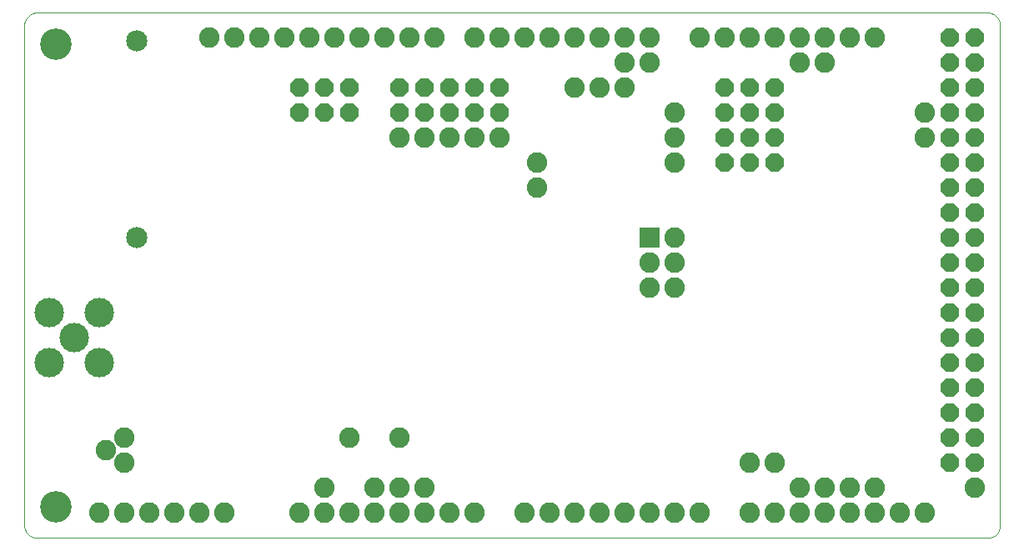
<source format=gbs>
G75*
G70*
%OFA0B0*%
%FSLAX24Y24*%
%IPPOS*%
%LPD*%
%AMOC8*
5,1,8,0,0,1.08239X$1,22.5*
%
%ADD10C,0.0000*%
%ADD11C,0.1261*%
%ADD12C,0.0820*%
%ADD13R,0.0820X0.0820*%
%ADD14C,0.0848*%
%ADD15OC8,0.0720*%
%ADD16C,0.1180*%
D10*
X001675Y001175D02*
X039675Y001175D01*
X039719Y001177D01*
X039762Y001183D01*
X039804Y001192D01*
X039846Y001205D01*
X039886Y001222D01*
X039925Y001242D01*
X039962Y001265D01*
X039996Y001292D01*
X040029Y001321D01*
X040058Y001354D01*
X040085Y001388D01*
X040108Y001425D01*
X040128Y001464D01*
X040145Y001504D01*
X040158Y001546D01*
X040167Y001588D01*
X040173Y001631D01*
X040175Y001675D01*
X040175Y021675D01*
X040173Y021719D01*
X040167Y021762D01*
X040158Y021804D01*
X040145Y021846D01*
X040128Y021886D01*
X040108Y021925D01*
X040085Y021962D01*
X040058Y021996D01*
X040029Y022029D01*
X039996Y022058D01*
X039962Y022085D01*
X039925Y022108D01*
X039886Y022128D01*
X039846Y022145D01*
X039804Y022158D01*
X039762Y022167D01*
X039719Y022173D01*
X039675Y022175D01*
X001675Y022175D01*
X001631Y022173D01*
X001588Y022167D01*
X001546Y022158D01*
X001504Y022145D01*
X001464Y022128D01*
X001425Y022108D01*
X001388Y022085D01*
X001354Y022058D01*
X001321Y022029D01*
X001292Y021996D01*
X001265Y021962D01*
X001242Y021925D01*
X001222Y021886D01*
X001205Y021846D01*
X001192Y021804D01*
X001183Y021762D01*
X001177Y021719D01*
X001175Y021675D01*
X001175Y001675D01*
X001177Y001631D01*
X001183Y001588D01*
X001192Y001546D01*
X001205Y001504D01*
X001222Y001464D01*
X001242Y001425D01*
X001265Y001388D01*
X001292Y001354D01*
X001321Y001321D01*
X001354Y001292D01*
X001388Y001265D01*
X001425Y001242D01*
X001464Y001222D01*
X001504Y001205D01*
X001546Y001192D01*
X001588Y001183D01*
X001631Y001177D01*
X001675Y001175D01*
X001834Y002425D02*
X001836Y002473D01*
X001842Y002521D01*
X001852Y002568D01*
X001865Y002614D01*
X001883Y002659D01*
X001903Y002703D01*
X001928Y002745D01*
X001956Y002784D01*
X001986Y002821D01*
X002020Y002855D01*
X002057Y002887D01*
X002095Y002916D01*
X002136Y002941D01*
X002179Y002963D01*
X002224Y002981D01*
X002270Y002995D01*
X002317Y003006D01*
X002365Y003013D01*
X002413Y003016D01*
X002461Y003015D01*
X002509Y003010D01*
X002557Y003001D01*
X002603Y002989D01*
X002648Y002972D01*
X002692Y002952D01*
X002734Y002929D01*
X002774Y002902D01*
X002812Y002872D01*
X002847Y002839D01*
X002879Y002803D01*
X002909Y002765D01*
X002935Y002724D01*
X002957Y002681D01*
X002977Y002637D01*
X002992Y002592D01*
X003004Y002545D01*
X003012Y002497D01*
X003016Y002449D01*
X003016Y002401D01*
X003012Y002353D01*
X003004Y002305D01*
X002992Y002258D01*
X002977Y002213D01*
X002957Y002169D01*
X002935Y002126D01*
X002909Y002085D01*
X002879Y002047D01*
X002847Y002011D01*
X002812Y001978D01*
X002774Y001948D01*
X002734Y001921D01*
X002692Y001898D01*
X002648Y001878D01*
X002603Y001861D01*
X002557Y001849D01*
X002509Y001840D01*
X002461Y001835D01*
X002413Y001834D01*
X002365Y001837D01*
X002317Y001844D01*
X002270Y001855D01*
X002224Y001869D01*
X002179Y001887D01*
X002136Y001909D01*
X002095Y001934D01*
X002057Y001963D01*
X002020Y001995D01*
X001986Y002029D01*
X001956Y002066D01*
X001928Y002105D01*
X001903Y002147D01*
X001883Y002191D01*
X001865Y002236D01*
X001852Y002282D01*
X001842Y002329D01*
X001836Y002377D01*
X001834Y002425D01*
X001834Y020925D02*
X001836Y020973D01*
X001842Y021021D01*
X001852Y021068D01*
X001865Y021114D01*
X001883Y021159D01*
X001903Y021203D01*
X001928Y021245D01*
X001956Y021284D01*
X001986Y021321D01*
X002020Y021355D01*
X002057Y021387D01*
X002095Y021416D01*
X002136Y021441D01*
X002179Y021463D01*
X002224Y021481D01*
X002270Y021495D01*
X002317Y021506D01*
X002365Y021513D01*
X002413Y021516D01*
X002461Y021515D01*
X002509Y021510D01*
X002557Y021501D01*
X002603Y021489D01*
X002648Y021472D01*
X002692Y021452D01*
X002734Y021429D01*
X002774Y021402D01*
X002812Y021372D01*
X002847Y021339D01*
X002879Y021303D01*
X002909Y021265D01*
X002935Y021224D01*
X002957Y021181D01*
X002977Y021137D01*
X002992Y021092D01*
X003004Y021045D01*
X003012Y020997D01*
X003016Y020949D01*
X003016Y020901D01*
X003012Y020853D01*
X003004Y020805D01*
X002992Y020758D01*
X002977Y020713D01*
X002957Y020669D01*
X002935Y020626D01*
X002909Y020585D01*
X002879Y020547D01*
X002847Y020511D01*
X002812Y020478D01*
X002774Y020448D01*
X002734Y020421D01*
X002692Y020398D01*
X002648Y020378D01*
X002603Y020361D01*
X002557Y020349D01*
X002509Y020340D01*
X002461Y020335D01*
X002413Y020334D01*
X002365Y020337D01*
X002317Y020344D01*
X002270Y020355D01*
X002224Y020369D01*
X002179Y020387D01*
X002136Y020409D01*
X002095Y020434D01*
X002057Y020463D01*
X002020Y020495D01*
X001986Y020529D01*
X001956Y020566D01*
X001928Y020605D01*
X001903Y020647D01*
X001883Y020691D01*
X001865Y020736D01*
X001852Y020782D01*
X001842Y020829D01*
X001836Y020877D01*
X001834Y020925D01*
D11*
X002425Y020925D03*
X002425Y002425D03*
D12*
X004175Y002175D03*
X005175Y002175D03*
X006175Y002175D03*
X007175Y002175D03*
X008175Y002175D03*
X009175Y002175D03*
X012175Y002175D03*
X013175Y002175D03*
X014175Y002175D03*
X015175Y002175D03*
X016175Y002175D03*
X017175Y002175D03*
X018175Y002175D03*
X019175Y002175D03*
X021175Y002175D03*
X022175Y002175D03*
X023175Y002175D03*
X024175Y002175D03*
X025175Y002175D03*
X026175Y002175D03*
X027175Y002175D03*
X028175Y002175D03*
X030175Y002175D03*
X031175Y002175D03*
X032175Y002175D03*
X033175Y002175D03*
X034175Y002175D03*
X035175Y002175D03*
X036175Y002175D03*
X037175Y002175D03*
X035175Y003175D03*
X034175Y003175D03*
X033175Y003175D03*
X032175Y003175D03*
X031175Y004175D03*
X030175Y004175D03*
X039175Y003175D03*
X027175Y011175D03*
X026175Y011175D03*
X026175Y012175D03*
X027175Y012175D03*
X027175Y013175D03*
X027175Y016175D03*
X027175Y017175D03*
X027175Y018175D03*
X025175Y019175D03*
X024175Y019175D03*
X023175Y019175D03*
X025175Y020175D03*
X026175Y020175D03*
X026175Y021175D03*
X025175Y021175D03*
X024175Y021175D03*
X023175Y021175D03*
X022175Y021175D03*
X021175Y021175D03*
X020175Y021175D03*
X019175Y021175D03*
X017575Y021175D03*
X016575Y021175D03*
X015575Y021175D03*
X014575Y021175D03*
X013575Y021175D03*
X012575Y021175D03*
X011575Y021175D03*
X010575Y021175D03*
X009575Y021175D03*
X008575Y021175D03*
X016175Y017175D03*
X017175Y017175D03*
X018175Y017175D03*
X019175Y017175D03*
X020175Y017175D03*
X021675Y016175D03*
X021675Y015175D03*
X032175Y020175D03*
X033175Y020175D03*
X033175Y021175D03*
X034175Y021175D03*
X035175Y021175D03*
X032175Y021175D03*
X031175Y021175D03*
X030175Y021175D03*
X029175Y021175D03*
X028175Y021175D03*
X037175Y018175D03*
X037175Y017175D03*
X016175Y005175D03*
X014175Y005175D03*
X013175Y003175D03*
X015175Y003175D03*
X016175Y003175D03*
X017175Y003175D03*
X005175Y004175D03*
X004425Y004675D03*
X005175Y005175D03*
D13*
X026175Y013175D03*
D14*
X005675Y013175D03*
X005675Y021049D03*
D15*
X012175Y019175D03*
X013175Y019175D03*
X014175Y019175D03*
X014175Y018175D03*
X013175Y018175D03*
X012175Y018175D03*
X016175Y018175D03*
X017175Y018175D03*
X018175Y018175D03*
X019175Y018175D03*
X020175Y018175D03*
X020175Y019175D03*
X019175Y019175D03*
X018175Y019175D03*
X017175Y019175D03*
X016175Y019175D03*
X029175Y019175D03*
X030175Y019175D03*
X031175Y019175D03*
X031175Y018175D03*
X030175Y018175D03*
X029175Y018175D03*
X029175Y017175D03*
X030175Y017175D03*
X031175Y017175D03*
X031175Y016175D03*
X030175Y016175D03*
X029175Y016175D03*
X038175Y016175D03*
X039175Y016175D03*
X039175Y017175D03*
X038175Y017175D03*
X038175Y018175D03*
X039175Y018175D03*
X039175Y019175D03*
X038175Y019175D03*
X038175Y020175D03*
X039175Y020175D03*
X039175Y021175D03*
X038175Y021175D03*
X038175Y015175D03*
X039175Y015175D03*
X039175Y014175D03*
X038175Y014175D03*
X038175Y013175D03*
X039175Y013175D03*
X039175Y012175D03*
X038175Y012175D03*
X038175Y011175D03*
X039175Y011175D03*
X039175Y010175D03*
X038175Y010175D03*
X038175Y009175D03*
X039175Y009175D03*
X039175Y008175D03*
X038175Y008175D03*
X038175Y007175D03*
X039175Y007175D03*
X039175Y006175D03*
X038175Y006175D03*
X038175Y005175D03*
X039175Y005175D03*
X039175Y004175D03*
X038175Y004175D03*
D16*
X004175Y008175D03*
X003175Y009175D03*
X002175Y008175D03*
X002175Y010175D03*
X004175Y010175D03*
M02*

</source>
